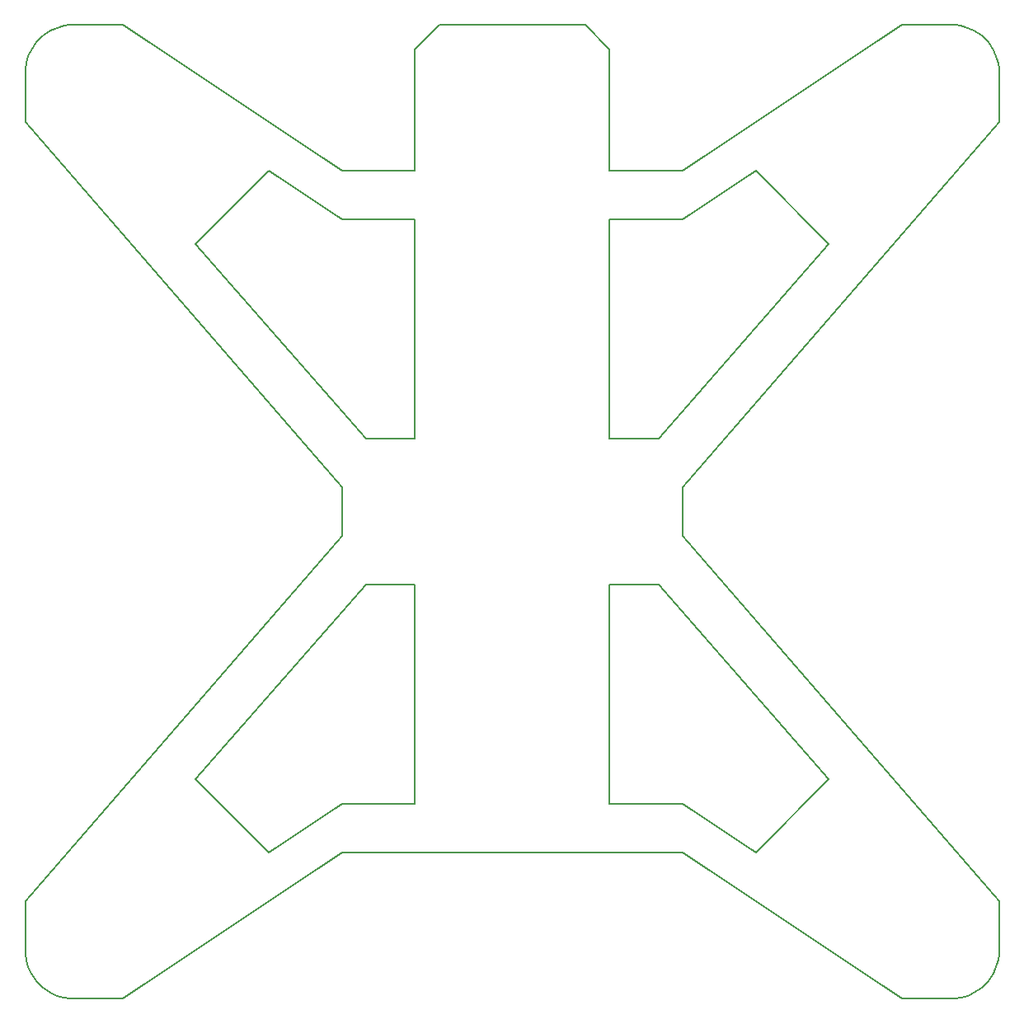
<source format=gbr>
G04 PROTEUS RS274X GERBER FILE*
%FSLAX45Y45*%
%MOMM*%
G01*
%ADD73C,0.203200*%
D73*
X-4000000Y-5000000D02*
X-4500000Y-5000000D01*
X-4551964Y-4997475D01*
X-4602234Y-4990051D01*
X-4650581Y-4977959D01*
X-4696777Y-4961426D01*
X-4740593Y-4940681D01*
X-4781799Y-4915955D01*
X-4820168Y-4887474D01*
X-4855469Y-4855469D01*
X-4887474Y-4820168D01*
X-4915955Y-4781799D01*
X-4940682Y-4740593D01*
X-4961426Y-4696777D01*
X-4977959Y-4650581D01*
X-4990051Y-4602234D01*
X-4997475Y-4551964D01*
X-5000000Y-4500000D01*
X-5000000Y-4000000D01*
X-1750000Y-250000D01*
X-1750000Y+250000D01*
X-5000000Y+4000000D01*
X-5000000Y+4500000D01*
X-4997475Y+4551964D01*
X-4990051Y+4602234D01*
X-4977959Y+4650581D01*
X-4961426Y+4696777D01*
X-4940682Y+4740593D01*
X-4915955Y+4781799D01*
X-4887474Y+4820168D01*
X-4855469Y+4855469D01*
X-4820168Y+4887474D01*
X-4781799Y+4915955D01*
X-4740593Y+4940681D01*
X-4696777Y+4961426D01*
X-4650581Y+4977959D01*
X-4602234Y+4990051D01*
X-4551964Y+4997475D01*
X-4500000Y+5000000D01*
X-4000000Y+5000000D01*
X-1750000Y+3500000D01*
X-1000000Y+3500000D01*
X-1000000Y+4750000D01*
X-750000Y+5000000D01*
X+750000Y+5000000D01*
X+1000000Y+4750000D01*
X+1000000Y+3500000D01*
X+1750000Y+3500000D01*
X+4000000Y+5000000D01*
X+4500000Y+5000000D01*
X+4551964Y+4997475D01*
X+4602234Y+4990051D01*
X+4650581Y+4977959D01*
X+4696777Y+4961426D01*
X+4740593Y+4940681D01*
X+4781799Y+4915955D01*
X+4820168Y+4887474D01*
X+4855469Y+4855469D01*
X+4887474Y+4820168D01*
X+4915955Y+4781799D01*
X+4940682Y+4740593D01*
X+4961426Y+4696777D01*
X+4977959Y+4650581D01*
X+4990051Y+4602234D01*
X+4997475Y+4551964D01*
X+5000000Y+4500000D01*
X+5000000Y+4000000D01*
X+1750000Y+250000D01*
X+1750000Y-250000D01*
X+5000000Y-4000000D01*
X+5000000Y-4500000D01*
X+4997475Y-4551964D01*
X+4990051Y-4602234D01*
X+4977959Y-4650581D01*
X+4961426Y-4696777D01*
X+4940682Y-4740593D01*
X+4915955Y-4781799D01*
X+4887474Y-4820168D01*
X+4855469Y-4855469D01*
X+4820168Y-4887474D01*
X+4781799Y-4915955D01*
X+4740593Y-4940681D01*
X+4696777Y-4961426D01*
X+4650581Y-4977959D01*
X+4602234Y-4990051D01*
X+4551964Y-4997475D01*
X+4500000Y-5000000D01*
X+4000000Y-5000000D01*
X+1750000Y-3500000D01*
X-1750000Y-3500000D01*
X-4000000Y-5000000D01*
X-3250000Y-2750000D02*
X-2500000Y-3500000D01*
X-1750000Y-3000000D01*
X-1000000Y-3000000D01*
X-1000000Y-750000D01*
X-1500000Y-750000D01*
X-3250000Y-2750000D01*
X+3250000Y-2750000D02*
X+2500000Y-3500000D01*
X+1750000Y-3000000D01*
X+1000000Y-3000000D01*
X+1000000Y-750000D01*
X+1500000Y-750000D01*
X+3250000Y-2750000D01*
X+3250000Y+2750000D02*
X+2500000Y+3500000D01*
X+1750000Y+3000000D01*
X+1000000Y+3000000D01*
X+1000000Y+750000D01*
X+1500000Y+750000D01*
X+3250000Y+2750000D01*
X-3250000Y+2750000D02*
X-2500000Y+3500000D01*
X-1750000Y+3000000D01*
X-1000000Y+3000000D01*
X-1000000Y+750000D01*
X-1500000Y+750000D01*
X-3250000Y+2750000D01*
M02*

</source>
